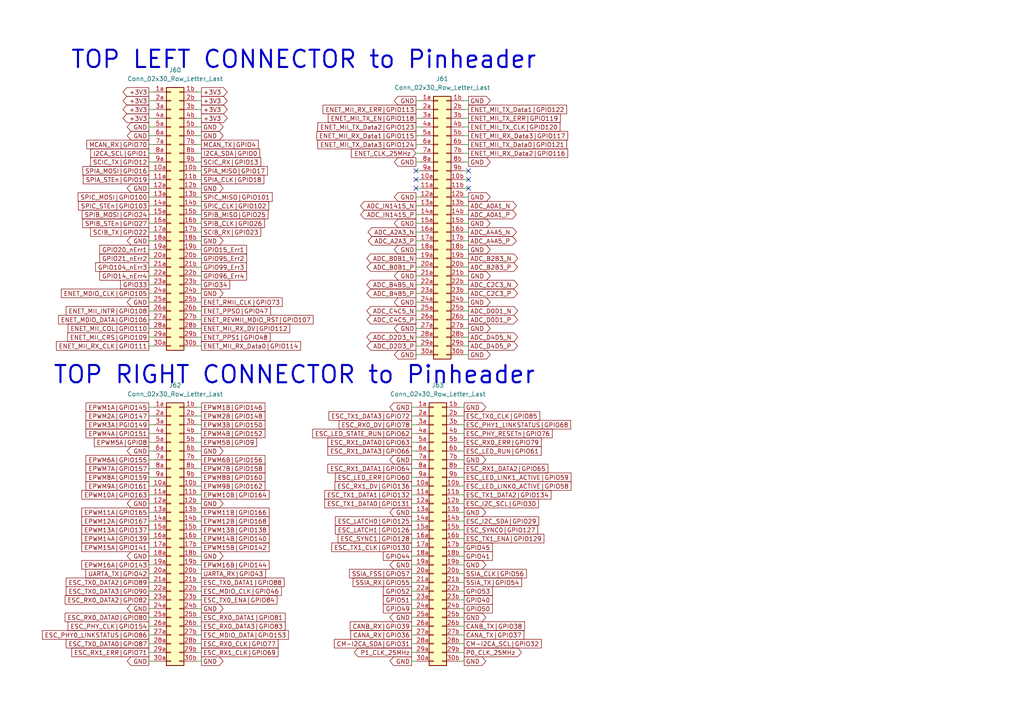
<source format=kicad_sch>
(kicad_sch (version 20211123) (generator eeschema)
  (paper "A4")
  (title_block (title "LCB-CBD-001: Dock") (date "2022-08-12") (rev "0.1") (company "PADERBORN UNIVERSITY DEPARTMENT OF POWER ELECTRONICS AND ELECTRICAL DRIVES"))
  (lib_symbols
    (symbol "LEA_SymbolLibrary:Conn_02x30_Row_Letter_Last" (pin_names (offset 1.016) hide)
      (property "Reference" "J" (at 1.27 38.1 0))
      (property "Value" "Conn_02x30_Row_Letter_Last" (at 1.27 -40.64 0))
      (symbol "Conn_02x30_Row_Letter_Last_1_1"
        (rectangle (start -1.27 -37.973) (end 0 -38.227) (stroke (width 0.1524)))
        (rectangle (start -1.27 -35.433) (end 0 -35.687) (stroke (width 0.1524)))
        (rectangle (start -1.27 -32.893) (end 0 -33.147) (stroke (width 0.1524)))
        (rectangle (start -1.27 -30.353) (end 0 -30.607) (stroke (width 0.1524)))
        (rectangle (start -1.27 -27.813) (end 0 -28.067) (stroke (width 0.1524)))
        (rectangle (start -1.27 -25.273) (end 0 -25.527) (stroke (width 0.1524)))
        (rectangle (start -1.27 -22.733) (end 0 -22.987) (stroke (width 0.1524)))
        (rectangle (start -1.27 -20.193) (end 0 -20.447) (stroke (width 0.1524)))
        (rectangle (start -1.27 -17.653) (end 0 -17.907) (stroke (width 0.1524)))
        (rectangle (start -1.27 -15.113) (end 0 -15.367) (stroke (width 0.1524)))
        (rectangle (start -1.27 -12.573) (end 0 -12.827) (stroke (width 0.1524)))
        (rectangle (start -1.27 -10.033) (end 0 -10.287) (stroke (width 0.1524)))
        (rectangle (start -1.27 -7.493) (end 0 -7.747) (stroke (width 0.1524)))
        (rectangle (start -1.27 -4.953) (end 0 -5.207) (stroke (width 0.1524)))
        (rectangle (start -1.27 -2.413) (end 0 -2.667) (stroke (width 0.1524)))
        (rectangle (start -1.27 0.127) (end 0 -0.127) (stroke (width 0.1524)))
        (rectangle (start -1.27 2.667) (end 0 2.413) (stroke (width 0.1524)))
        (rectangle (start -1.27 5.207) (end 0 4.953) (stroke (width 0.1524)))
        (rectangle (start -1.27 7.747) (end 0 7.493) (stroke (width 0.1524)))
        (rectangle (start -1.27 10.287) (end 0 10.033) (stroke (width 0.1524)))
        (rectangle (start -1.27 12.827) (end 0 12.573) (stroke (width 0.1524)))
        (rectangle (start -1.27 15.367) (end 0 15.113) (stroke (width 0.1524)))
        (rectangle (start -1.27 17.907) (end 0 17.653) (stroke (width 0.1524)))
        (rectangle (start -1.27 20.447) (end 0 20.193) (stroke (width 0.1524)))
        (rectangle (start -1.27 22.987) (end 0 22.733) (stroke (width 0.1524)))
        (rectangle (start -1.27 25.527) (end 0 25.273) (stroke (width 0.1524)))
        (rectangle (start -1.27 28.067) (end 0 27.813) (stroke (width 0.1524)))
        (rectangle (start -1.27 30.607) (end 0 30.353) (stroke (width 0.1524)))
        (rectangle (start -1.27 33.147) (end 0 32.893) (stroke (width 0.1524)))
        (rectangle (start -1.27 35.687) (end 0 35.433) (stroke (width 0.1524)))
        (rectangle (start -1.27 36.83) (end 3.81 -39.37) (stroke (width 0.254)) (fill (type background)))
        (rectangle (start 3.81 -37.973) (end 2.54 -38.227) (stroke (width 0.1524)))
        (rectangle (start 3.81 -35.433) (end 2.54 -35.687) (stroke (width 0.1524)))
        (rectangle (start 3.81 -32.893) (end 2.54 -33.147) (stroke (width 0.1524)))
        (rectangle (start 3.81 -30.353) (end 2.54 -30.607) (stroke (width 0.1524)))
        (rectangle (start 3.81 -27.813) (end 2.54 -28.067) (stroke (width 0.1524)))
        (rectangle (start 3.81 -25.273) (end 2.54 -25.527) (stroke (width 0.1524)))
        (rectangle (start 3.81 -22.733) (end 2.54 -22.987) (stroke (width 0.1524)))
        (rectangle (start 3.81 -20.193) (end 2.54 -20.447) (stroke (width 0.1524)))
        (rectangle (start 3.81 -17.653) (end 2.54 -17.907) (stroke (width 0.1524)))
        (rectangle (start 3.81 -15.113) (end 2.54 -15.367) (stroke (width 0.1524)))
        (rectangle (start 3.81 -12.573) (end 2.54 -12.827) (stroke (width 0.1524)))
        (rectangle (start 3.81 -10.033) (end 2.54 -10.287) (stroke (width 0.1524)))
        (rectangle (start 3.81 -7.493) (end 2.54 -7.747) (stroke (width 0.1524)))
        (rectangle (start 3.81 -4.953) (end 2.54 -5.207) (stroke (width 0.1524)))
        (rectangle (start 3.81 -2.413) (end 2.54 -2.667) (stroke (width 0.1524)))
        (rectangle (start 3.81 0.127) (end 2.54 -0.127) (stroke (width 0.1524)))
        (rectangle (start 3.81 2.667) (end 2.54 2.413) (stroke (width 0.1524)))
        (rectangle (start 3.81 5.207) (end 2.54 4.953) (stroke (width 0.1524)))
        (rectangle (start 3.81 7.747) (end 2.54 7.493) (stroke (width 0.1524)))
        (rectangle (start 3.81 10.287) (end 2.54 10.033) (stroke (width 0.1524)))
        (rectangle (start 3.81 12.827) (end 2.54 12.573) (stroke (width 0.1524)))
        (rectangle (start 3.81 15.367) (end 2.54 15.113) (stroke (width 0.1524)))
        (rectangle (start 3.81 17.907) (end 2.54 17.653) (stroke (width 0.1524)))
        (rectangle (start 3.81 20.447) (end 2.54 20.193) (stroke (width 0.1524)))
        (rectangle (start 3.81 22.987) (end 2.54 22.733) (stroke (width 0.1524)))
        (rectangle (start 3.81 25.527) (end 2.54 25.273) (stroke (width 0.1524)))
        (rectangle (start 3.81 28.067) (end 2.54 27.813) (stroke (width 0.1524)))
        (rectangle (start 3.81 30.607) (end 2.54 30.353) (stroke (width 0.1524)))
        (rectangle (start 3.81 33.147) (end 2.54 32.893) (stroke (width 0.1524)))
        (rectangle (start 3.81 35.687) (end 2.54 35.433) (stroke (width 0.1524)))
        (pin passive line (at -5.08 12.7 0) (length 3.81) (name "Pin_10a") (number "10a"))
        (pin passive line (at 7.62 12.7 180) (length 3.81) (name "Pin_10b") (number "10b"))
        (pin passive line (at -5.08 10.16 0) (length 3.81) (name "Pin_11a") (number "11a"))
        (pin passive line (at 7.62 10.16 180) (length 3.81) (name "Pin_11b") (number "11b"))
        (pin passive line (at -5.08 7.62 0) (length 3.81) (name "Pin_12a") (number "12a"))
        (pin passive line (at 7.62 7.62 180) (length 3.81) (name "Pin_12b") (number "12b"))
        (pin passive line (at -5.08 5.08 0) (length 3.81) (name "Pin_13a") (number "13a"))
        (pin passive line (at 7.62 5.08 180) (length 3.81) (name "Pin_13b") (number "13b"))
        (pin passive line (at -5.08 2.54 0) (length 3.81) (name "Pin_14a") (number "14a"))
        (pin passive line (at 7.62 2.54 180) (length 3.81) (name "Pin_14b") (number "14b"))
        (pin passive line (at -5.08 0 0) (length 3.81) (name "Pin_15a") (number "15a"))
        (pin passive line (at 7.62 0 180) (length 3.81) (name "Pin_15b") (number "15b"))
        (pin passive line (at -5.08 -2.54 0) (length 3.81) (name "Pin_16a") (number "16a"))
        (pin passive line (at 7.62 -2.54 180) (length 3.81) (name "Pin_16b") (number "16b"))
        (pin passive line (at -5.08 -5.08 0) (length 3.81) (name "Pin_17a") (number "17a"))
        (pin passive line (at 7.62 -5.08 180) (length 3.81) (name "Pin_17b") (number "17b"))
        (pin passive line (at -5.08 -7.62 0) (length 3.81) (name "Pin_18a") (number "18a"))
        (pin passive line (at 7.62 -7.62 180) (length 3.81) (name "Pin_18b") (number "18b"))
        (pin passive line (at -5.08 -10.16 0) (length 3.81) (name "Pin_19a") (number "19a"))
        (pin passive line (at 7.62 -10.16 180) (length 3.81) (name "Pin_19b") (number "19b"))
        (pin passive line (at -5.08 35.56 0) (length 3.81) (name "Pin_1a") (number "1a"))
        (pin passive line (at 7.62 35.56 180) (length 3.81) (name "Pin_1b") (number "1b"))
        (pin passive line (at -5.08 -12.7 0) (length 3.81) (name "Pin_20a") (number "20a"))
        (pin passive line (at 7.62 -12.7 180) (length 3.81) (name "Pin_20b") (number "20b"))
        (pin passive line (at -5.08 -15.24 0) (length 3.81) (name "Pin_21a") (number "21a"))
        (pin passive line (at 7.62 -15.24 180) (length 3.81) (name "Pin_21b") (number "21b"))
        (pin passive line (at -5.08 -17.78 0) (length 3.81) (name "Pin_22a") (number "22a"))
        (pin passive line (at 7.62 -17.78 180) (length 3.81) (name "Pin_22b") (number "22b"))
        (pin passive line (at -5.08 -20.32 0) (length 3.81) (name "Pin_23a") (number "23a"))
        (pin passive line (at 7.62 -20.32 180) (length 3.81) (name "Pin_23b") (number "23b"))
        (pin passive line (at -5.08 -22.86 0) (length 3.81) (name "Pin_24a") (number "24a"))
        (pin passive line (at 7.62 -22.86 180) (length 3.81) (name "Pin_24b") (number "24b"))
        (pin passive line (at -5.08 -25.4 0) (length 3.81) (name "Pin_25a") (number "25a"))
        (pin passive line (at 7.62 -25.4 180) (length 3.81) (name "Pin_25b") (number "25b"))
        (pin passive line (at -5.08 -27.94 0) (length 3.81) (name "Pin_26a") (number "26a"))
        (pin passive line (at 7.62 -27.94 180) (length 3.81) (name "Pin_26b") (number "26b"))
        (pin passive line (at -5.08 -30.48 0) (length 3.81) (name "Pin_27a") (number "27a"))
        (pin passive line (at 7.62 -30.48 180) (length 3.81) (name "Pin_27b") (number "27b"))
        (pin passive line (at -5.08 -33.02 0) (length 3.81) (name "Pin_28a") (number "28a"))
        (pin passive line (at 7.62 -33.02 180) (length 3.81) (name "Pin_28b") (number "28b"))
        (pin passive line (at -5.08 -35.56 0) (length 3.81) (name "Pin_29a") (number "29a"))
        (pin passive line (at 7.62 -35.56 180) (length 3.81) (name "Pin_29b") (number "29b"))
        (pin passive line (at -5.08 33.02 0) (length 3.81) (name "Pin_2a") (number "2a"))
        (pin passive line (at 7.62 33.02 180) (length 3.81) (name "Pin_2b") (number "2b"))
        (pin passive line (at -5.08 -38.1 0) (length 3.81) (name "Pin_30a") (number "30a"))
        (pin passive line (at 7.62 -38.1 180) (length 3.81) (name "Pin_30b") (number "30b"))
        (pin passive line (at -5.08 30.48 0) (length 3.81) (name "Pin_3a") (number "3a"))
        (pin passive line (at 7.62 30.48 180) (length 3.81) (name "Pin_3b") (number "3b"))
        (pin passive line (at -5.08 27.94 0) (length 3.81) (name "Pin_4a") (number "4a"))
        (pin passive line (at 7.62 27.94 180) (length 3.81) (name "Pin_4b") (number "4b"))
        (pin passive line (at -5.08 25.4 0) (length 3.81) (name "Pin_5a") (number "5a"))
        (pin passive line (at 7.62 25.4 180) (length 3.81) (name "Pin_5b") (number "5b"))
        (pin passive line (at -5.08 22.86 0) (length 3.81) (name "Pin_6a") (number "6a"))
        (pin passive line (at 7.62 22.86 180) (length 3.81) (name "Pin_6b") (number "6b"))
        (pin passive line (at -5.08 20.32 0) (length 3.81) (name "Pin_7a") (number "7a"))
        (pin passive line (at 7.62 20.32 180) (length 3.81) (name "Pin_7b") (number "7b"))
        (pin passive line (at -5.08 17.78 0) (length 3.81) (name "Pin_8a") (number "8a"))
        (pin passive line (at 7.62 17.78 180) (length 3.81) (name "Pin_8b") (number "8b"))
        (pin passive line (at -5.08 15.24 0) (length 3.81) (name "Pin_9a") (number "9a"))
        (pin passive line (at 7.62 15.24 180) (length 3.81) (name "Pin_9b") (number "9b"))
      )
    )
  )
  (no_connect (at 135.89 54.61))
  (no_connect (at 120.65 54.61))
  (no_connect (at 120.65 49.53))
  (no_connect (at 135.89 52.07))
  (no_connect (at 135.89 49.53))
  (no_connect (at 120.65 52.07))
  (wire (pts (xy 133.35 191.77) (xy 134.62 191.77)))
  (wire (pts (xy 134.62 31.75) (xy 135.89 31.75)))
  (wire (pts (xy 43.18 49.53) (xy 44.45 49.53)))
  (wire (pts (xy 119.38 153.67) (xy 120.65 153.67)))
  (wire (pts (xy 120.65 100.33) (xy 121.92 100.33)))
  (wire (pts (xy 43.18 166.37) (xy 44.45 166.37)))
  (wire (pts (xy 57.15 49.53) (xy 58.42 49.53)))
  (wire (pts (xy 134.62 54.61) (xy 135.89 54.61)))
  (wire (pts (xy 134.62 90.17) (xy 135.89 90.17)))
  (wire (pts (xy 57.15 151.13) (xy 58.42 151.13)))
  (wire (pts (xy 57.15 85.09) (xy 58.42 85.09)))
  (wire (pts (xy 119.38 179.07) (xy 120.65 179.07)))
  (wire (pts (xy 57.15 92.71) (xy 58.42 92.71)))
  (wire (pts (xy 43.18 184.15) (xy 44.45 184.15)))
  (wire (pts (xy 57.15 186.69) (xy 58.42 186.69)))
  (wire (pts (xy 119.38 176.53) (xy 120.65 176.53)))
  (wire (pts (xy 57.15 36.83) (xy 58.42 36.83)))
  (wire (pts (xy 120.65 46.99) (xy 121.92 46.99)))
  (wire (pts (xy 133.35 123.19) (xy 134.62 123.19)))
  (wire (pts (xy 57.15 29.21) (xy 58.42 29.21)))
  (wire (pts (xy 120.65 87.63) (xy 121.92 87.63)))
  (wire (pts (xy 43.18 59.69) (xy 44.45 59.69)))
  (wire (pts (xy 134.62 97.79) (xy 135.89 97.79)))
  (wire (pts (xy 120.65 44.45) (xy 121.92 44.45)))
  (wire (pts (xy 43.18 146.05) (xy 44.45 146.05)))
  (wire (pts (xy 119.38 135.89) (xy 120.65 135.89)))
  (wire (pts (xy 134.62 46.99) (xy 135.89 46.99)))
  (wire (pts (xy 134.62 92.71) (xy 135.89 92.71)))
  (wire (pts (xy 58.42 87.63) (xy 57.15 87.63)))
  (wire (pts (xy 120.65 36.83) (xy 121.92 36.83)))
  (wire (pts (xy 134.62 62.23) (xy 135.89 62.23)))
  (wire (pts (xy 43.18 186.69) (xy 44.45 186.69)))
  (wire (pts (xy 57.15 143.51) (xy 58.42 143.51)))
  (wire (pts (xy 43.18 168.91) (xy 44.45 168.91)))
  (wire (pts (xy 43.18 41.91) (xy 44.45 41.91)))
  (wire (pts (xy 57.15 191.77) (xy 58.42 191.77)))
  (wire (pts (xy 57.15 54.61) (xy 58.42 54.61)))
  (wire (pts (xy 57.15 26.67) (xy 58.42 26.67)))
  (wire (pts (xy 57.15 120.65) (xy 58.42 120.65)))
  (wire (pts (xy 133.35 125.73) (xy 134.62 125.73)))
  (wire (pts (xy 134.62 57.15) (xy 135.89 57.15)))
  (wire (pts (xy 57.15 59.69) (xy 58.42 59.69)))
  (wire (pts (xy 43.18 151.13) (xy 44.45 151.13)))
  (wire (pts (xy 43.18 72.39) (xy 44.45 72.39)))
  (wire (pts (xy 119.38 140.97) (xy 120.65 140.97)))
  (wire (pts (xy 134.62 49.53) (xy 135.89 49.53)))
  (wire (pts (xy 133.35 189.23) (xy 134.62 189.23)))
  (wire (pts (xy 133.35 168.91) (xy 134.62 168.91)))
  (wire (pts (xy 57.15 52.07) (xy 58.42 52.07)))
  (wire (pts (xy 133.35 120.65) (xy 134.62 120.65)))
  (wire (pts (xy 57.15 90.17) (xy 58.42 90.17)))
  (wire (pts (xy 57.15 67.31) (xy 58.42 67.31)))
  (wire (pts (xy 121.92 52.07) (xy 120.65 52.07)))
  (wire (pts (xy 119.38 130.81) (xy 120.65 130.81)))
  (wire (pts (xy 57.15 163.83) (xy 58.42 163.83)))
  (wire (pts (xy 133.35 148.59) (xy 134.62 148.59)))
  (wire (pts (xy 133.35 156.21) (xy 134.62 156.21)))
  (wire (pts (xy 57.15 46.99) (xy 58.42 46.99)))
  (wire (pts (xy 43.18 153.67) (xy 44.45 153.67)))
  (wire (pts (xy 119.38 151.13) (xy 120.65 151.13)))
  (wire (pts (xy 134.62 52.07) (xy 135.89 52.07)))
  (wire (pts (xy 43.18 118.11) (xy 44.45 118.11)))
  (wire (pts (xy 43.18 90.17) (xy 44.45 90.17)))
  (wire (pts (xy 119.38 146.05) (xy 120.65 146.05)))
  (wire (pts (xy 120.65 34.29) (xy 121.92 34.29)))
  (wire (pts (xy 43.18 67.31) (xy 44.45 67.31)))
  (wire (pts (xy 43.18 161.29) (xy 44.45 161.29)))
  (wire (pts (xy 134.62 67.31) (xy 135.89 67.31)))
  (wire (pts (xy 120.65 64.77) (xy 121.92 64.77)))
  (wire (pts (xy 119.38 163.83) (xy 120.65 163.83)))
  (wire (pts (xy 43.18 179.07) (xy 44.45 179.07)))
  (wire (pts (xy 120.65 85.09) (xy 121.92 85.09)))
  (wire (pts (xy 133.35 171.45) (xy 134.62 171.45)))
  (wire (pts (xy 43.18 125.73) (xy 44.45 125.73)))
  (wire (pts (xy 43.18 97.79) (xy 44.45 97.79)))
  (wire (pts (xy 43.18 82.55) (xy 44.45 82.55)))
  (wire (pts (xy 133.35 184.15) (xy 134.62 184.15)))
  (wire (pts (xy 133.35 179.07) (xy 134.62 179.07)))
  (wire (pts (xy 119.38 184.15) (xy 120.65 184.15)))
  (wire (pts (xy 43.18 57.15) (xy 44.45 57.15)))
  (wire (pts (xy 43.18 46.99) (xy 44.45 46.99)))
  (wire (pts (xy 57.15 100.33) (xy 58.42 100.33)))
  (wire (pts (xy 133.35 140.97) (xy 134.62 140.97)))
  (wire (pts (xy 134.62 64.77) (xy 135.89 64.77)))
  (wire (pts (xy 120.65 54.61) (xy 121.92 54.61)))
  (wire (pts (xy 57.15 125.73) (xy 58.42 125.73)))
  (wire (pts (xy 57.15 133.35) (xy 58.42 133.35)))
  (wire (pts (xy 43.18 163.83) (xy 44.45 163.83)))
  (wire (pts (xy 119.38 161.29) (xy 120.65 161.29)))
  (wire (pts (xy 119.38 166.37) (xy 120.65 166.37)))
  (wire (pts (xy 133.35 158.75) (xy 134.62 158.75)))
  (wire (pts (xy 120.65 39.37) (xy 121.92 39.37)))
  (wire (pts (xy 43.18 44.45) (xy 44.45 44.45)))
  (wire (pts (xy 43.18 171.45) (xy 44.45 171.45)))
  (wire (pts (xy 43.18 156.21) (xy 44.45 156.21)))
  (wire (pts (xy 120.65 67.31) (xy 121.92 67.31)))
  (wire (pts (xy 133.35 135.89) (xy 134.62 135.89)))
  (wire (pts (xy 119.38 171.45) (xy 120.65 171.45)))
  (wire (pts (xy 57.15 140.97) (xy 58.42 140.97)))
  (wire (pts (xy 133.35 186.69) (xy 134.62 186.69)))
  (wire (pts (xy 57.15 69.85) (xy 58.42 69.85)))
  (wire (pts (xy 133.35 153.67) (xy 134.62 153.67)))
  (wire (pts (xy 57.15 39.37) (xy 58.42 39.37)))
  (wire (pts (xy 120.65 59.69) (xy 121.92 59.69)))
  (wire (pts (xy 119.38 118.11) (xy 120.65 118.11)))
  (wire (pts (xy 133.35 173.99) (xy 134.62 173.99)))
  (wire (pts (xy 133.35 146.05) (xy 134.62 146.05)))
  (wire (pts (xy 43.18 74.93) (xy 44.45 74.93)))
  (wire (pts (xy 43.18 39.37) (xy 44.45 39.37)))
  (wire (pts (xy 119.38 148.59) (xy 120.65 148.59)))
  (wire (pts (xy 134.62 39.37) (xy 135.89 39.37)))
  (wire (pts (xy 57.15 44.45) (xy 58.42 44.45)))
  (wire (pts (xy 43.18 143.51) (xy 44.45 143.51)))
  (wire (pts (xy 134.62 87.63) (xy 135.89 87.63)))
  (wire (pts (xy 57.15 181.61) (xy 58.42 181.61)))
  (wire (pts (xy 57.15 64.77) (xy 58.42 64.77)))
  (wire (pts (xy 57.15 171.45) (xy 58.42 171.45)))
  (wire (pts (xy 43.18 26.67) (xy 44.45 26.67)))
  (wire (pts (xy 57.15 153.67) (xy 58.42 153.67)))
  (wire (pts (xy 43.18 189.23) (xy 44.45 189.23)))
  (wire (pts (xy 133.35 161.29) (xy 134.62 161.29)))
  (wire (pts (xy 57.15 77.47) (xy 58.42 77.47)))
  (wire (pts (xy 57.15 128.27) (xy 58.42 128.27)))
  (wire (pts (xy 119.38 120.65) (xy 120.65 120.65)))
  (wire (pts (xy 57.15 80.01) (xy 58.42 80.01)))
  (wire (pts (xy 43.18 158.75) (xy 44.45 158.75)))
  (wire (pts (xy 134.62 34.29) (xy 135.89 34.29)))
  (wire (pts (xy 119.38 181.61) (xy 120.65 181.61)))
  (wire (pts (xy 119.38 191.77) (xy 120.65 191.77)))
  (wire (pts (xy 120.65 69.85) (xy 121.92 69.85)))
  (wire (pts (xy 120.65 62.23) (xy 121.92 62.23)))
  (wire (pts (xy 43.18 31.75) (xy 44.45 31.75)))
  (wire (pts (xy 133.35 118.11) (xy 134.62 118.11)))
  (wire (pts (xy 133.35 176.53) (xy 134.62 176.53)))
  (wire (pts (xy 119.38 143.51) (xy 120.65 143.51)))
  (wire (pts (xy 43.18 176.53) (xy 44.45 176.53)))
  (wire (pts (xy 119.38 158.75) (xy 120.65 158.75)))
  (wire (pts (xy 57.15 74.93) (xy 58.42 74.93)))
  (wire (pts (xy 43.18 135.89) (xy 44.45 135.89)))
  (wire (pts (xy 57.15 168.91) (xy 58.42 168.91)))
  (wire (pts (xy 43.18 95.25) (xy 44.45 95.25)))
  (wire (pts (xy 119.38 125.73) (xy 120.65 125.73)))
  (wire (pts (xy 120.65 49.53) (xy 121.92 49.53)))
  (wire (pts (xy 57.15 135.89) (xy 58.42 135.89)))
  (wire (pts (xy 134.62 85.09) (xy 135.89 85.09)))
  (wire (pts (xy 57.15 95.25) (xy 58.42 95.25)))
  (wire (pts (xy 119.38 168.91) (xy 120.65 168.91)))
  (wire (pts (xy 133.35 181.61) (xy 134.62 181.61)))
  (wire (pts (xy 133.35 163.83) (xy 134.62 163.83)))
  (wire (pts (xy 57.15 146.05) (xy 58.42 146.05)))
  (wire (pts (xy 57.15 82.55) (xy 58.42 82.55)))
  (wire (pts (xy 57.15 158.75) (xy 58.42 158.75)))
  (wire (pts (xy 57.15 161.29) (xy 58.42 161.29)))
  (wire (pts (xy 57.15 173.99) (xy 58.42 173.99)))
  (wire (pts (xy 43.18 52.07) (xy 44.45 52.07)))
  (wire (pts (xy 43.18 85.09) (xy 44.45 85.09)))
  (wire (pts (xy 43.18 191.77) (xy 44.45 191.77)))
  (wire (pts (xy 134.62 82.55) (xy 135.89 82.55)))
  (wire (pts (xy 119.38 128.27) (xy 120.65 128.27)))
  (wire (pts (xy 120.65 90.17) (xy 121.92 90.17)))
  (wire (pts (xy 133.35 143.51) (xy 134.62 143.51)))
  (wire (pts (xy 57.15 156.21) (xy 58.42 156.21)))
  (wire (pts (xy 57.15 184.15) (xy 58.42 184.15)))
  (wire (pts (xy 43.18 77.47) (xy 44.45 77.47)))
  (wire (pts (xy 119.38 186.69) (xy 120.65 186.69)))
  (wire (pts (xy 119.38 173.99) (xy 120.65 173.99)))
  (wire (pts (xy 57.15 176.53) (xy 58.42 176.53)))
  (wire (pts (xy 133.35 151.13) (xy 134.62 151.13)))
  (wire (pts (xy 120.65 82.55) (xy 121.92 82.55)))
  (wire (pts (xy 43.18 123.19) (xy 44.45 123.19)))
  (wire (pts (xy 43.18 62.23) (xy 44.45 62.23)))
  (wire (pts (xy 43.18 36.83) (xy 44.45 36.83)))
  (wire (pts (xy 133.35 130.81) (xy 134.62 130.81)))
  (wire (pts (xy 134.62 80.01) (xy 135.89 80.01)))
  (wire (pts (xy 134.62 59.69) (xy 135.89 59.69)))
  (wire (pts (xy 57.15 166.37) (xy 58.42 166.37)))
  (wire (pts (xy 43.18 69.85) (xy 44.45 69.85)))
  (wire (pts (xy 133.35 166.37) (xy 134.62 166.37)))
  (wire (pts (xy 43.18 80.01) (xy 44.45 80.01)))
  (wire (pts (xy 120.65 29.21) (xy 121.92 29.21)))
  (wire (pts (xy 120.65 102.87) (xy 121.92 102.87)))
  (wire (pts (xy 43.18 181.61) (xy 44.45 181.61)))
  (wire (pts (xy 43.18 140.97) (xy 44.45 140.97)))
  (wire (pts (xy 43.18 29.21) (xy 44.45 29.21)))
  (wire (pts (xy 43.18 128.27) (xy 44.45 128.27)))
  (wire (pts (xy 120.65 95.25) (xy 121.92 95.25)))
  (wire (pts (xy 120.65 77.47) (xy 121.92 77.47)))
  (wire (pts (xy 57.15 62.23) (xy 58.42 62.23)))
  (wire (pts (xy 57.15 72.39) (xy 58.42 72.39)))
  (wire (pts (xy 134.62 95.25) (xy 135.89 95.25)))
  (wire (pts (xy 134.62 100.33) (xy 135.89 100.33)))
  (wire (pts (xy 57.15 138.43) (xy 58.42 138.43)))
  (wire (pts (xy 57.15 34.29) (xy 58.42 34.29)))
  (wire (pts (xy 119.38 138.43) (xy 120.65 138.43)))
  (wire (pts (xy 120.65 74.93) (xy 121.92 74.93)))
  (wire (pts (xy 57.15 57.15) (xy 58.42 57.15)))
  (wire (pts (xy 119.38 156.21) (xy 120.65 156.21)))
  (wire (pts (xy 43.18 87.63) (xy 44.45 87.63)))
  (wire (pts (xy 43.18 54.61) (xy 44.45 54.61)))
  (wire (pts (xy 57.15 148.59) (xy 58.42 148.59)))
  (wire (pts (xy 134.62 44.45) (xy 135.89 44.45)))
  (wire (pts (xy 57.15 179.07) (xy 58.42 179.07)))
  (wire (pts (xy 134.62 102.87) (xy 135.89 102.87)))
  (wire (pts (xy 57.15 123.19) (xy 58.42 123.19)))
  (wire (pts (xy 134.62 69.85) (xy 135.89 69.85)))
  (wire (pts (xy 43.18 148.59) (xy 44.45 148.59)))
  (wire (pts (xy 57.15 189.23) (xy 58.42 189.23)))
  (wire (pts (xy 120.65 92.71) (xy 121.92 92.71)))
  (wire (pts (xy 120.65 80.01) (xy 121.92 80.01)))
  (wire (pts (xy 120.65 57.15) (xy 121.92 57.15)))
  (wire (pts (xy 43.18 133.35) (xy 44.45 133.35)))
  (wire (pts (xy 43.18 100.33) (xy 44.45 100.33)))
  (wire (pts (xy 119.38 123.19) (xy 120.65 123.19)))
  (wire (pts (xy 57.15 41.91) (xy 58.42 41.91)))
  (wire (pts (xy 43.18 130.81) (xy 44.45 130.81)))
  (wire (pts (xy 120.65 72.39) (xy 121.92 72.39)))
  (wire (pts (xy 120.65 31.75) (xy 121.92 31.75)))
  (wire (pts (xy 134.62 74.93) (xy 135.89 74.93)))
  (wire (pts (xy 133.35 128.27) (xy 134.62 128.27)))
  (wire (pts (xy 43.18 138.43) (xy 44.45 138.43)))
  (wire (pts (xy 133.35 138.43) (xy 134.62 138.43)))
  (wire (pts (xy 43.18 173.99) (xy 44.45 173.99)))
  (wire (pts (xy 57.15 31.75) (xy 58.42 31.75)))
  (wire (pts (xy 57.15 118.11) (xy 58.42 118.11)))
  (wire (pts (xy 134.62 36.83) (xy 135.89 36.83)))
  (wire (pts (xy 43.18 34.29) (xy 44.45 34.29)))
  (wire (pts (xy 57.15 130.81) (xy 58.42 130.81)))
  (wire (pts (xy 43.18 120.65) (xy 44.45 120.65)))
  (wire (pts (xy 119.38 133.35) (xy 120.65 133.35)))
  (wire (pts (xy 120.65 97.79) (xy 121.92 97.79)))
  (wire (pts (xy 134.62 29.21) (xy 135.89 29.21)))
  (wire (pts (xy 134.62 41.91) (xy 135.89 41.91)))
  (wire (pts (xy 120.65 41.91) (xy 121.92 41.91)))
  (wire (pts (xy 134.62 77.47) (xy 135.89 77.47)))
  (wire (pts (xy 43.18 92.71) (xy 44.45 92.71)))
  (wire (pts (xy 133.35 133.35) (xy 134.62 133.35)))
  (wire (pts (xy 57.15 97.79) (xy 58.42 97.79)))
  (wire (pts (xy 43.18 64.77) (xy 44.45 64.77)))
  (wire (pts (xy 119.38 189.23) (xy 120.65 189.23)))
  (wire (pts (xy 134.62 72.39) (xy 135.89 72.39)))
  (text "TOP LEFT CONNECTOR to Pinheader" (at 20.32 20.32 0) (effects (font (size 5 5) (thickness 0.6) bold) (justify left bottom)))
  (text "TOP RIGHT CONNECTOR to Pinheader" (at 15.24 111.76 0) (effects (font (size 5 5) (thickness 0.6) bold) (justify left bottom)))
  (global_label "ESC_RX0_ERR|GPIO79" (shape passive) (at 134.62 128.27 0) (property "Intersheet References" "${INTERSHEET_REFS}" (effects hide)))
  (global_label "SPIA_CLK|GPIO18" (shape passive) (at 58.42 52.07 0) (property "Intersheet References" "${INTERSHEET_REFS}" (effects hide)))
  (global_label "GND" (shape output) (at 119.38 118.11 180) (property "Intersheet References" "${INTERSHEET_REFS}" (effects hide)))
  (global_label "ESC_TX0_DATA3|GPIO90" (shape passive) (at 43.18 171.45 180) (property "Intersheet References" "${INTERSHEET_REFS}" (effects hide)))
  (global_label "GND" (shape output) (at 58.42 36.83 0) (property "Intersheet References" "${INTERSHEET_REFS}" (effects hide)))
  (global_label "I2CA_SCL|GPIO1" (shape passive) (at 43.18 44.45 180) (property "Intersheet References" "${INTERSHEET_REFS}" (effects hide)))
  (global_label "EPWM11B|GPIO166" (shape passive) (at 58.42 148.59 0) (property "Intersheet References" "${INTERSHEET_REFS}" (effects hide)))
  (global_label "GPIO21_nErr2" (shape passive) (at 43.18 74.93 180) (property "Intersheet References" "${INTERSHEET_REFS}" (effects hide)))
  (global_label "GND" (shape output) (at 135.89 46.99 0) (property "Intersheet References" "${INTERSHEET_REFS}" (effects hide)))
  (global_label "ENET_MII_TX_EN|GPIO118" (shape passive) (at 120.65 34.29 180) (property "Intersheet References" "${INTERSHEET_REFS}" (effects hide)))
  (global_label "P1_CLK_25MHz" (shape output) (at 119.38 189.23 180) (property "Intersheet References" "${INTERSHEET_REFS}" (effects hide)))
  (global_label "CANB_TX|GPIO38" (shape passive) (at 134.62 181.61 0) (property "Intersheet References" "${INTERSHEET_REFS}" (effects hide)))
  (global_label "GND" (shape output) (at 58.42 69.85 0) (property "Intersheet References" "${INTERSHEET_REFS}" (effects hide)))
  (global_label "ESC_RX0_DATA1|GPIO81" (shape passive) (at 58.42 179.07 0) (property "Intersheet References" "${INTERSHEET_REFS}" (effects hide)))
  (global_label "GND" (shape output) (at 135.89 64.77 0) (property "Intersheet References" "${INTERSHEET_REFS}" (effects hide)))
  (global_label "MCAN_TX|GPIO4" (shape passive) (at 58.42 41.91 0) (property "Intersheet References" "${INTERSHEET_REFS}" (effects hide)))
  (global_label "ENET_MII_COL|GPIO110" (shape passive) (at 43.18 95.25 180) (property "Intersheet References" "${INTERSHEET_REFS}" (effects hide)))
  (global_label "GND" (shape output) (at 119.38 163.83 180) (property "Intersheet References" "${INTERSHEET_REFS}" (effects hide)))
  (global_label "SPIC_MOSI|GPIO100" (shape passive) (at 43.18 57.15 180) (property "Intersheet References" "${INTERSHEET_REFS}" (effects hide)))
  (global_label "GND" (shape output) (at 58.42 191.77 0) (property "Intersheet References" "${INTERSHEET_REFS}" (effects hide)))
  (global_label "ADC_A0A1_N" (shape output) (at 135.89 59.69 0) (property "Intersheet References" "${INTERSHEET_REFS}" (effects hide)))
  (global_label "ESC_RX1_DATA3|GPIO66" (shape passive) (at 119.38 130.81 180) (property "Intersheet References" "${INTERSHEET_REFS}" (effects hide)))
  (global_label "GPIO41" (shape passive) (at 134.62 161.29 0) (property "Intersheet References" "${INTERSHEET_REFS}" (effects hide)))
  (global_label "EPWM9B|GPIO162" (shape passive) (at 58.42 140.97 0) (property "Intersheet References" "${INTERSHEET_REFS}" (effects hide)))
  (global_label "ADC_IN1415_P" (shape output) (at 120.65 62.23 180) (property "Intersheet References" "${INTERSHEET_REFS}" (effects hide)))
  (global_label "ADC_D2D3_N" (shape output) (at 120.65 97.79 180) (property "Intersheet References" "${INTERSHEET_REFS}" (effects hide)))
  (global_label "CM-I2CA_SCL|GPIO32" (shape passive) (at 134.62 186.69 0) (property "Intersheet References" "${INTERSHEET_REFS}" (effects hide)))
  (global_label "ADC_A2A3_N" (shape output) (at 120.65 67.31 180) (property "Intersheet References" "${INTERSHEET_REFS}" (effects hide)))
  (global_label "ESC_RX1_DATA0|GPIO63" (shape passive) (at 119.38 128.27 180) (property "Intersheet References" "${INTERSHEET_REFS}" (effects hide)))
  (global_label "ADC_B0B1_N" (shape output) (at 120.65 74.93 180) (property "Intersheet References" "${INTERSHEET_REFS}" (effects hide)))
  (global_label "GND" (shape output) (at 120.65 57.15 180) (property "Intersheet References" "${INTERSHEET_REFS}" (effects hide)))
  (global_label "GND" (shape output) (at 58.42 130.81 0) (property "Intersheet References" "${INTERSHEET_REFS}" (effects hide)))
  (global_label "ADC_IN1415_N" (shape output) (at 120.65 59.69 180) (property "Intersheet References" "${INTERSHEET_REFS}" (effects hide)))
  (global_label "ESC_PHY1_LINKSTATUS|GPIO68" (shape passive) (at 134.62 123.19 0) (property "Intersheet References" "${INTERSHEET_REFS}" (effects hide)))
  (global_label "EPWM15A|GPIO141" (shape passive) (at 43.18 158.75 180) (property "Intersheet References" "${INTERSHEET_REFS}" (effects hide)))
  (global_label "GPIO104_nErr3" (shape passive) (at 43.18 77.47 180) (property "Intersheet References" "${INTERSHEET_REFS}" (effects hide)))
  (global_label "ENET_MII_TX_Data3|GPIO124" (shape passive) (at 120.65 41.91 180) (property "Intersheet References" "${INTERSHEET_REFS}" (effects hide)))
  (global_label "GND" (shape output) (at 58.42 146.05 0) (property "Intersheet References" "${INTERSHEET_REFS}" (effects hide)))
  (global_label "ENET_MDIO_DATA|GPIO106" (shape passive) (at 43.18 92.71 180) (property "Intersheet References" "${INTERSHEET_REFS}" (effects hide)))
  (global_label "GND" (shape output) (at 58.42 39.37 0) (property "Intersheet References" "${INTERSHEET_REFS}" (effects hide)))
  (global_label "EPWM2A|GPIO147" (shape passive) (at 43.18 120.65 180) (property "Intersheet References" "${INTERSHEET_REFS}" (effects hide)))
  (global_label "ESC_LED_STATE_RUN|GPIO62" (shape passive) (at 119.38 125.73 180) (property "Intersheet References" "${INTERSHEET_REFS}" (effects hide)))
  (global_label "ESC_SYNC0|GPIO127" (shape passive) (at 134.62 153.67 0) (property "Intersheet References" "${INTERSHEET_REFS}" (effects hide)))
  (global_label "GPIO45" (shape passive) (at 134.62 158.75 0) (property "Intersheet References" "${INTERSHEET_REFS}" (effects hide)))
  (global_label "SPIA_STEn|GPIO19" (shape passive) (at 43.18 52.07 180) (property "Intersheet References" "${INTERSHEET_REFS}" (effects hide)))
  (global_label "SPIB_STEn|GPIO27" (shape passive) (at 43.18 64.77 180) (property "Intersheet References" "${INTERSHEET_REFS}" (effects hide)))
  (global_label "GPIO95_Err2" (shape passive) (at 58.42 74.93 0) (property "Intersheet References" "${INTERSHEET_REFS}" (effects hide)))
  (global_label "CANA_RX|GPIO36" (shape passive) (at 119.38 184.15 180) (property "Intersheet References" "${INTERSHEET_REFS}" (effects hide)))
  (global_label "ENET_MII_TX_Data1|GPIO122" (shape passive) (at 135.89 31.75 0) (property "Intersheet References" "${INTERSHEET_REFS}" (effects hide)))
  (global_label "GND" (shape output) (at 135.89 29.21 0) (property "Intersheet References" "${INTERSHEET_REFS}" (effects hide)))
  (global_label "SPIA_MOSI|GPIO16" (shape passive) (at 43.18 49.53 180) (property "Intersheet References" "${INTERSHEET_REFS}" (effects hide)))
  (global_label "CM-I2CA_SDA|GPIO31" (shape passive) (at 119.38 186.69 180) (property "Intersheet References" "${INTERSHEET_REFS}" (effects hide)))
  (global_label "ADC_A0A1_P" (shape output) (at 135.89 62.23 0) (property "Intersheet References" "${INTERSHEET_REFS}" (effects hide)))
  (global_label "SPIA_MISO|GPIO17" (shape passive) (at 58.42 49.53 0) (property "Intersheet References" "${INTERSHEET_REFS}" (effects hide)))
  (global_label "ESC_PHY0_LINKSTATUS|GPIO86" (shape passive) (at 43.18 184.15 180) (property "Intersheet References" "${INTERSHEET_REFS}" (effects hide)))
  (global_label "ESC_RX0_CLK|GPIO77" (shape passive) (at 58.42 186.69 0) (property "Intersheet References" "${INTERSHEET_REFS}" (effects hide)))
  (global_label "ENET_MII_TX_Data2|GPIO123" (shape passive) (at 120.65 36.83 180) (property "Intersheet References" "${INTERSHEET_REFS}" (effects hide)))
  (global_label "ESC_RX0_DATA2|GPIO82" (shape passive) (at 43.18 173.99 180) (property "Intersheet References" "${INTERSHEET_REFS}" (effects hide)))
  (global_label "ESC_TX1_DATA0|GPIO131" (shape passive) (at 119.38 146.05 180) (property "Intersheet References" "${INTERSHEET_REFS}" (effects hide)))
  (global_label "EPWM12B|GPIO168" (shape passive) (at 58.42 151.13 0) (property "Intersheet References" "${INTERSHEET_REFS}" (effects hide)))
  (global_label "+3V3" (shape output) (at 43.18 34.29 180) (property "Intersheet References" "${INTERSHEET_REFS}" (effects hide)))
  (global_label "GND" (shape output) (at 43.18 87.63 180) (property "Intersheet References" "${INTERSHEET_REFS}" (effects hide)))
  (global_label "EPWM3A|PGIO149" (shape passive) (at 43.18 123.19 180) (property "Intersheet References" "${INTERSHEET_REFS}" (effects hide)))
  (global_label "UARTA_TX|GPIO42" (shape passive) (at 43.18 166.37 180) (property "Intersheet References" "${INTERSHEET_REFS}" (effects hide)))
  (global_label "EPWM16B|GPIO144" (shape passive) (at 58.42 163.83 0) (property "Intersheet References" "${INTERSHEET_REFS}" (effects hide)))
  (global_label "EPWM14A|GPIO139" (shape passive) (at 43.18 156.21 180) (property "Intersheet References" "${INTERSHEET_REFS}" (effects hide)))
  (global_label "ENET_RMII_CLK|GPIO73" (shape passive) (at 58.42 87.63 0) (property "Intersheet References" "${INTERSHEET_REFS}" (effects hide)))
  (global_label "GND" (shape output) (at 134.62 133.35 0) (property "Intersheet References" "${INTERSHEET_REFS}" (effects hide)))
  (global_label "EPWM13A|GPIO137" (shape passive) (at 43.18 153.67 180) (property "Intersheet References" "${INTERSHEET_REFS}" (effects hide)))
  (global_label "+3V3" (shape output) (at 43.18 31.75 180) (property "Intersheet References" "${INTERSHEET_REFS}" (effects hide)))
  (global_label "+3V3" (shape output) (at 58.42 31.75 0) (property "Intersheet References" "${INTERSHEET_REFS}" (effects hide)))
  (global_label "GND" (shape output) (at 135.89 72.39 0) (property "Intersheet References" "${INTERSHEET_REFS}" (effects hide)))
  (global_label "ESC_TX0_DATA1|GPIO88" (shape passive) (at 58.42 168.91 0) (property "Intersheet References" "${INTERSHEET_REFS}" (effects hide)))
  (global_label "GND" (shape output) (at 135.89 80.01 0) (property "Intersheet References" "${INTERSHEET_REFS}" (effects hide)))
  (global_label "+3V3" (shape output) (at 58.42 34.29 0) (property "Intersheet References" "${INTERSHEET_REFS}" (effects hide)))
  (global_label "ESC_LATCH0|GPIO125" (shape passive) (at 119.38 151.13 180) (property "Intersheet References" "${INTERSHEET_REFS}" (effects hide)))
  (global_label "ADC_D4D5_N" (shape output) (at 135.89 97.79 0) (property "Intersheet References" "${INTERSHEET_REFS}" (effects hide)))
  (global_label "GND" (shape output) (at 120.65 72.39 180) (property "Intersheet References" "${INTERSHEET_REFS}" (effects hide)))
  (global_label "EPWM5A|GPIO8" (shape passive) (at 43.18 128.27 180) (property "Intersheet References" "${INTERSHEET_REFS}" (effects hide)))
  (global_label "EPWM8A|GPIO159" (shape passive) (at 43.18 138.43 180) (property "Intersheet References" "${INTERSHEET_REFS}" (effects hide)))
  (global_label "ESC_LED_RUN|GPIO61" (shape passive) (at 134.62 130.81 0) (property "Intersheet References" "${INTERSHEET_REFS}" (effects hide)))
  (global_label "SPIC_MISO|GPIO101" (shape passive) (at 58.42 57.15 0) (property "Intersheet References" "${INTERSHEET_REFS}" (effects hide)))
  (global_label "ESC_RX0_DATA0|GPIO80" (shape passive) (at 43.18 179.07 180) (property "Intersheet References" "${INTERSHEET_REFS}" (effects hide)))
  (global_label "GND" (shape output) (at 119.38 133.35 180) (property "Intersheet References" "${INTERSHEET_REFS}" (effects hide)))
  (global_label "GND" (shape output) (at 43.18 176.53 180) (property "Intersheet References" "${INTERSHEET_REFS}" (effects hide)))
  (global_label "+3V3" (shape output) (at 58.42 26.67 0) (property "Intersheet References" "${INTERSHEET_REFS}" (effects hide)))
  (global_label "GPIO96_Err4" (shape passive) (at 58.42 80.01 0) (property "Intersheet References" "${INTERSHEET_REFS}" (effects hide)))
  (global_label "GND" (shape output) (at 135.89 95.25 0) (property "Intersheet References" "${INTERSHEET_REFS}" (effects hide)))
  (global_label "+3V3" (shape output) (at 58.42 29.21 0) (property "Intersheet References" "${INTERSHEET_REFS}" (effects hide)))
  (global_label "ADC_B2B3_N" (shape output) (at 135.89 74.93 0) (property "Intersheet References" "${INTERSHEET_REFS}" (effects hide)))
  (global_label "GPIO44" (shape passive) (at 119.38 161.29 180) (property "Intersheet References" "${INTERSHEET_REFS}" (effects hide)))
  (global_label "ADC_C4C5_P" (shape output) (at 120.65 92.71 180) (property "Intersheet References" "${INTERSHEET_REFS}" (effects hide)))
  (global_label "ADC_B4B5_P" (shape output) (at 120.65 85.09 180) (property "Intersheet References" "${INTERSHEET_REFS}" (effects hide)))
  (global_label "GND" (shape output) (at 135.89 87.63 0) (property "Intersheet References" "${INTERSHEET_REFS}" (effects hide)))
  (global_label "ADC_A4A5_P" (shape output) (at 135.89 69.85 0) (property "Intersheet References" "${INTERSHEET_REFS}" (effects hide)))
  (global_label "SSIA_FSS|GPIO57" (shape passive) (at 119.38 166.37 180) (property "Intersheet References" "${INTERSHEET_REFS}" (effects hide)))
  (global_label "ESC_LED_LINK1_ACTIVE|GPIO59" (shape passive) (at 134.62 138.43 0) (property "Intersheet References" "${INTERSHEET_REFS}" (effects hide)))
  (global_label "EPWM1B|GPIO146" (shape passive) (at 58.42 118.11 0) (property "Intersheet References" "${INTERSHEET_REFS}" (effects hide)))
  (global_label "EPWM11A|GPIO165" (shape passive) (at 43.18 148.59 180) (property "Intersheet References" "${INTERSHEET_REFS}" (effects hide)))
  (global_label "GND" (shape output) (at 43.18 191.77 180) (property "Intersheet References" "${INTERSHEET_REFS}" (effects hide)))
  (global_label "GND" (shape output) (at 43.18 69.85 180) (property "Intersheet References" "${INTERSHEET_REFS}" (effects hide)))
  (global_label "ESC_TX1_DATA1|GPIO132" (shape passive) (at 119.38 143.51 180) (property "Intersheet References" "${INTERSHEET_REFS}" (effects hide)))
  (global_label "GND" (shape output) (at 58.42 54.61 0) (property "Intersheet References" "${INTERSHEET_REFS}" (effects hide)))
  (global_label "ESC_TX1_ENA|GPIO129" (shape passive) (at 134.62 156.21 0) (property "Intersheet References" "${INTERSHEET_REFS}" (effects hide)))
  (global_label "GND" (shape output) (at 135.89 57.15 0) (property "Intersheet References" "${INTERSHEET_REFS}" (effects hide)))
  (global_label "ADC_C4C5_N" (shape output) (at 120.65 90.17 180) (property "Intersheet References" "${INTERSHEET_REFS}" (effects hide)))
  (global_label "ENET_MII_CRS|GPIO109" (shape passive) (at 43.18 97.79 180) (property "Intersheet References" "${INTERSHEET_REFS}" (effects hide)))
  (global_label "ESC_TX0_DATA0|GPIO87" (shape passive) (at 43.18 186.69 180) (property "Intersheet References" "${INTERSHEET_REFS}" (effects hide)))
  (global_label "GND" (shape output) (at 134.62 191.77 0) (property "Intersheet References" "${INTERSHEET_REFS}" (effects hide)))
  (global_label "ESC_RX0_DV|GPIO78" (shape passive) (at 119.38 123.19 180) (property "Intersheet References" "${INTERSHEET_REFS}" (effects hide)))
  (global_label "GND" (shape output) (at 58.42 161.29 0) (property "Intersheet References" "${INTERSHEET_REFS}" (effects hide)))
  (global_label "GPIO50" (shape passive) (at 134.62 176.53 0) (property "Intersheet References" "${INTERSHEET_REFS}" (effects hide)))
  (global_label "ADC_B2B3_P" (shape output) (at 135.89 77.47 0) (property "Intersheet References" "${INTERSHEET_REFS}" (effects hide)))
  (global_label "SPIB_MISO|GPIO25" (shape passive) (at 58.42 62.23 0) (property "Intersheet References" "${INTERSHEET_REFS}" (effects hide)))
  (global_label "ENET_MDIO_CLK|GPIO105" (shape passive) (at 43.18 85.09 180) (property "Intersheet References" "${INTERSHEET_REFS}" (effects hide)))
  (global_label "ESC_RX1_ERR|GPIO71" (shape passive) (at 43.18 189.23 180) (property "Intersheet References" "${INTERSHEET_REFS}" (effects hide)))
  (global_label "SCIB_TX|GPIO22" (shape passive) (at 43.18 67.31 180) (property "Intersheet References" "${INTERSHEET_REFS}" (effects hide)))
  (global_label "EPWM5B|GPIO9" (shape passive) (at 58.42 128.27 0) (property "Intersheet References" "${INTERSHEET_REFS}" (effects hide)))
  (global_label "ESC_SYNC1|GPIO128" (shape passive) (at 119.38 156.21 180) (property "Intersheet References" "${INTERSHEET_REFS}" (effects hide)))
  (global_label "GND" (shape output) (at 120.65 102.87 180) (property "Intersheet References" "${INTERSHEET_REFS}" (effects hide)))
  (global_label "ENET_CLK_25MHz" (shape input) (at 120.65 44.45 180) (property "Intersheet References" "${INTERSHEET_REFS}" (effects hide)))
  (global_label "EPWM7B|GPIO158" (shape passive) (at 58.42 135.89 0) (property "Intersheet References" "${INTERSHEET_REFS}" (effects hide)))
  (global_label "ADC_A4A5_N" (shape output) (at 135.89 67.31 0) (property "Intersheet References" "${INTERSHEET_REFS}" (effects hide)))
  (global_label "P0_CLK_25MHz" (shape output) (at 134.62 189.23 0) (property "Intersheet References" "${INTERSHEET_REFS}" (effects hide)))
  (global_label "ADC_B0B1_P" (shape output) (at 120.65 77.47 180) (property "Intersheet References" "${INTERSHEET_REFS}" (effects hide)))
  (global_label "GPIO99_Err3" (shape passive) (at 58.42 77.47 0) (property "Intersheet References" "${INTERSHEET_REFS}" (effects hide)))
  (global_label "EPWM1A|GPIO145" (shape passive) (at 43.18 118.11 180) (property "Intersheet References" "${INTERSHEET_REFS}" (effects hide)))
  (global_label "GPIO33" (shape passive) (at 43.18 82.55 180) (property "Intersheet References" "${INTERSHEET_REFS}" (effects hide)))
  (global_label "ENET_MII_RX_Data3|GPIO117" (shape passive) (at 135.89 39.37 0) (property "Intersheet References" "${INTERSHEET_REFS}" (effects hide)))
  (global_label "ADC_A2A3_P" (shape output) (at 120.65 69.85 180) (property "Intersheet References" "${INTERSHEET_REFS}" (effects hide)))
  (global_label "ENET_MII_RX_DV|GPIO112" (shape passive) (at 58.42 95.25 0) (property "Intersheet References" "${INTERSHEET_REFS}" (effects hide)))
  (global_label "GPIO49" (shape passive) (at 119.38 176.53 180) (property "Intersheet References" "${INTERSHEET_REFS}" (effects hide)))
  (global_label "EPWM2B|GPIO148" (shape passive) (at 58.42 120.65 0) (property "Intersheet References" "${INTERSHEET_REFS}" (effects hide)))
  (global_label "EPWM4B|GPIO152" (shape passive) (at 58.42 125.73 0) (property "Intersheet References" "${INTERSHEET_REFS}" (effects hide)))
  (global_label "+3V3" (shape output) (at 43.18 29.21 180) (property "Intersheet References" "${INTERSHEET_REFS}" (effects hide)))
  (global_label "EPWM8B|GPIO160" (shape passive) (at 58.42 138.43 0) (property "Intersheet References" "${INTERSHEET_REFS}" (effects hide)))
  (global_label "GND" (shape output) (at 134.62 163.83 0) (property "Intersheet References" "${INTERSHEET_REFS}" (effects hide)))
  (global_label "ESC_MDIO_CLK|GPIO46" (shape passive) (at 58.42 171.45 0) (property "Intersheet References" "${INTERSHEET_REFS}" (effects hide)))
  (global_label "ESC_MDIO_DATA|GPIO153" (shape passive) (at 58.42 184.15 0) (property "Intersheet References" "${INTERSHEET_REFS}" (effects hide)))
  (global_label "GND" (shape output) (at 134.62 179.07 0) (property "Intersheet References" "${INTERSHEET_REFS}" (effects hide)))
  (global_label "ADC_D2D3_P" (shape output) (at 120.65 100.33 180) (property "Intersheet References" "${INTERSHEET_REFS}" (effects hide)))
  (global_label "GND" (shape output) (at 43.18 146.05 180) (property "Intersheet References" "${INTERSHEET_REFS}" (effects hide)))
  (global_label "UARTA_RX|GPIO43" (shape passive) (at 58.42 166.37 0) (property "Intersheet References" "${INTERSHEET_REFS}" (effects hide)))
  (global_label "GND" (shape output) (at 120.65 46.99 180) (property "Intersheet References" "${INTERSHEET_REFS}" (effects hide)))
  (global_label "SSIA_RX|GPIO55" (shape passive) (at 119.38 168.91 180) (property "Intersheet References" "${INTERSHEET_REFS}" (effects hide)))
  (global_label "GND" (shape output) (at 120.65 64.77 180) (property "Intersheet References" "${INTERSHEET_REFS}" (effects hide)))
  (global_label "ESC_PHY_RESETn|GPIO76" (shape passive) (at 134.62 125.73 0) (property "Intersheet References" "${INTERSHEET_REFS}" (effects hide)))
  (global_label "ADC_D0D1_N" (shape output) (at 135.89 90.17 0) (property "Intersheet References" "${INTERSHEET_REFS}" (effects hide)))
  (global_label "ESC_LED_LINK0_ACTIVE|GPIO58" (shape passive) (at 134.62 140.97 0) (property "Intersheet References" "${INTERSHEET_REFS}" (effects hide)))
  (global_label "GND" (shape output) (at 43.18 36.83 180) (property "Intersheet References" "${INTERSHEET_REFS}" (effects hide)))
  (global_label "EPWM6B|GPIO156" (shape passive) (at 58.42 133.35 0) (property "Intersheet References" "${INTERSHEET_REFS}" (effects hide)))
  (global_label "GND" (shape output) (at 58.42 176.53 0) (property "Intersheet References" "${INTERSHEET_REFS}" (effects hide)))
  (global_label "ENET_MII_TX_CLK|GPIO120" (shape passive) (at 135.89 36.83 0) (property "Intersheet References" "${INTERSHEET_REFS}" (effects hide)))
  (global_label "EPWM7A|GPIO157" (shape passive) (at 43.18 135.89 180) (property "Intersheet References" "${INTERSHEET_REFS}" (effects hide)))
  (global_label "GND" (shape output) (at 134.62 118.11 0) (property "Intersheet References" "${INTERSHEET_REFS}" (effects hide)))
  (global_label "ENET_MII_RX_Data0|GPIO114" (shape passive) (at 58.42 100.33 0) (property "Intersheet References" "${INTERSHEET_REFS}" (effects hide)))
  (global_label "ESC_LED_ERR|GPIO60" (shape passive) (at 119.38 138.43 180) (property "Intersheet References" "${INTERSHEET_REFS}" (effects hide)))
  (global_label "ENET_MII_TX_Data0|GPIO121" (shape passive) (at 135.89 41.91 0) (property "Intersheet References" "${INTERSHEET_REFS}" (effects hide)))
  (global_label "ESC_TX1_DATA3|GPIO72" (shape passive) (at 119.38 120.65 180) (property "Intersheet References" "${INTERSHEET_REFS}" (effects hide)))
  (global_label "ADC_D4D5_P" (shape output) (at 135.89 100.33 0) (property "Intersheet References" "${INTERSHEET_REFS}" (effects hide)))
  (global_label "ESC_PHY_CLK|GPIO154" (shape passive) (at 43.18 181.61 180) (property "Intersheet References" "${INTERSHEET_REFS}" (effects hide)))
  (global_label "ESC_TX0_ENA|GPIO84" (shape passive) (at 58.42 173.99 0) (property "Intersheet References" "${INTERSHEET_REFS}" (effects hide)))
  (global_label "ADC_C2C3_P" (shape output) (at 135.89 85.09 0) (property "Intersheet References" "${INTERSHEET_REFS}" (effects hide)))
  (global_label "GPIO14_nErr4" (shape passive) (at 43.18 80.01 180) (property "Intersheet References" "${INTERSHEET_REFS}" (effects hide)))
  (global_label "ENET_MII_RX_ERR|GPIO113" (shape passive) (at 120.65 31.75 180) (property "Intersheet References" "${INTERSHEET_REFS}" (effects hide)))
  (global_label "ESC_RX1_DATA2|GPIO65" (shape passive) (at 134.62 135.89 0) (property "Intersheet References" "${INTERSHEET_REFS}" (effects hide)))
  (global_label "GPIO15_Err1" (shape passive) (at 58.42 72.39 0) (property "Intersheet References" "${INTERSHEET_REFS}" (effects hide)))
  (global_label "ENET_MII_TX_ERR|GPIO119" (shape passive) (at 135.89 34.29 0) (property "Intersheet References" "${INTERSHEET_REFS}" (effects hide)))
  (global_label "GND" (shape output) (at 134.62 148.59 0) (property "Intersheet References" "${INTERSHEET_REFS}" (effects hide)))
  (global_label "GND" (shape output) (at 119.38 179.07 180) (property "Intersheet References" "${INTERSHEET_REFS}" (effects hide)))
  (global_label "GND" (shape output) (at 43.18 39.37 180) (property "Intersheet References" "${INTERSHEET_REFS}" (effects hide)))
  (global_label "I2CA_SDA|GPIO0" (shape passive) (at 58.42 44.45 0) (property "Intersheet References" "${INTERSHEET_REFS}" (effects hide)))
  (global_label "SPIC_CLK|GPIO102" (shape passive) (at 58.42 59.69 0) (property "Intersheet References" "${INTERSHEET_REFS}" (effects hide)))
  (global_label "ENET_REVMII_MDIO_RST|GPIO107" (shape passive) (at 58.42 92.71 0) (property "Intersheet References" "${INTERSHEET_REFS}" (effects hide)))
  (global_label "SPIC_STEn|GPIO103" (shape passive) (at 43.18 59.69 180) (property "Intersheet References" "${INTERSHEET_REFS}" (effects hide)))
  (global_label "EPWM9A|GPIO161" (shape passive) (at 43.18 140.97 180) (property "Intersheet References" "${INTERSHEET_REFS}" (effects hide)))
  (global_label "GPIO52" (shape passive) (at 119.38 171.45 180) (property "Intersheet References" "${INTERSHEET_REFS}" (effects hide)))
  (global_label "ADC_B4B5_N" (shape output) (at 120.65 82.55 180) (property "Intersheet References" "${INTERSHEET_REFS}" (effects hide)))
  (global_label "ESC_I2C_SCL|GPIO30" (shape passive) (at 134.62 146.05 0) (property "Intersheet References" "${INTERSHEET_REFS}" (effects hide)))
  (global_label "SCIC_RX|GPIO13" (shape passive) (at 58.42 46.99 0) (property "Intersheet References" "${INTERSHEET_REFS}" (effects hide)))
  (global_label "GND" (shape output) (at 58.42 85.09 0) (property "Intersheet References" "${INTERSHEET_REFS}" (effects hide)))
  (global_label "GND" (shape output) (at 135.89 102.87 0) (property "Intersheet References" "${INTERSHEET_REFS}" (effects hide)))
  (global_label "GND" (shape output) (at 119.38 148.59 180) (property "Intersheet References" "${INTERSHEET_REFS}" (effects hide)))
  (global_label "EPWM10A|GPIO163" (shape passive) (at 43.18 143.51 180) (property "Intersheet References" "${INTERSHEET_REFS}" (effects hide)))
  (global_label "GND" (shape output) (at 43.18 54.61 180) (property "Intersheet References" "${INTERSHEET_REFS}" (effects hide)))
  (global_label "GND" (shape output) (at 43.18 130.81 180) (property "Intersheet References" "${INTERSHEET_REFS}" (effects hide)))
  (global_label "ESC_TX0_DATA2|GPIO89" (shape passive) (at 43.18 168.91 180) (property "Intersheet References" "${INTERSHEET_REFS}" (effects hide)))
  (global_label "SCIB_RX|GPIO23" (shape passive) (at 58.42 67.31 0) (property "Intersheet References" "${INTERSHEET_REFS}" (effects hide)))
  (global_label "ESC_RX1_CLK|GPIO69" (shape passive) (at 58.42 189.23 0) (property "Intersheet References" "${INTERSHEET_REFS}" (effects hide)))
  (global_label "CANA_TX|GPIO37" (shape passive) (at 134.62 184.15 0) (property "Intersheet References" "${INTERSHEET_REFS}" (effects hide)))
  (global_label "GPIO53" (shape passive) (at 134.62 171.45 0) (property "Intersheet References" "${INTERSHEET_REFS}" (effects hide)))
  (global_label "ENET_PPS1|GPIO48" (shape passive) (at 58.42 97.79 0) (property "Intersheet References" "${INTERSHEET_REFS}" (effects hide)))
  (global_label "GPIO20_nErr1" (shape passive) (at 43.18 72.39 180) (property "Intersheet References" "${INTERSHEET_REFS}" (effects hide)))
  (global_label "GPIO51" (shape passive) (at 119.38 173.99 180) (property "Intersheet References" "${INTERSHEET_REFS}" (effects hide)))
  (global_label "GPIO34" (shape passive) (at 58.42 82.55 0) (property "Intersheet References" "${INTERSHEET_REFS}" (effects hide)))
  (global_label "EPWM14B|GPIO140" (shape passive) (at 58.42 156.21 0) (property "Intersheet References" "${INTERSHEET_REFS}" (effects hide)))
  (global_label "ESC_RX0_DATA3|GPIO83" (shape passive) (at 58.42 181.61 0) (property "Intersheet References" "${INTERSHEET_REFS}" (effects hide)))
  (global_label "GND" (shape output) (at 120.65 29.21 180) (property "Intersheet References" "${INTERSHEET_REFS}" (effects hide)))
  (global_label "ESC_TX1_DATA2|GPIO134" (shape passive) (at 134.62 143.51 0) (property "Intersheet References" "${INTERSHEET_REFS}" (effects hide)))
  (global_label "+3V3" (shape output) (at 43.18 26.67 180) (property "Intersheet References" "${INTERSHEET_REFS}" (effects hide)))
  (global_label "SPIB_CLK|GPIO26" (shape passive) (at 58.42 64.77 0) (property "Intersheet References" "${INTERSHEET_REFS}" (effects hide)))
  (global_label "ESC_RX1_DATA1|GPIO64" (shape passive) (at 119.38 135.89 180) (property "Intersheet References" "${INTERSHEET_REFS}" (effects hide)))
  (global_label "GND" (shape output) (at 119.38 191.77 180) (property "Intersheet References" "${INTERSHEET_REFS}" (effects hide)))
  (global_label "EPWM3B|GPIO150" (shape passive) (at 58.42 123.19 0) (property "Intersheet References" "${INTERSHEET_REFS}" (effects hide)))
  (global_label "ENET_MII_INTR|GPIO108" (shape passive) (at 43.18 90.17 180) (property "Intersheet References" "${INTERSHEET_REFS}" (effects hide)))
  (global_label "SSIA_CLK|GPIO56" (shape passive) (at 134.62 166.37 0) (property "Intersheet References" "${INTERSHEET_REFS}" (effects hide)))
  (global_label "ESC_LATCH1|GPIO126" (shape passive) (at 119.38 153.67 180) (property "Intersheet References" "${INTERSHEET_REFS}" (effects hide)))
  (global_label "EPWM10B|GPIO164" (shape passive) (at 58.42 143.51 0) (property "Intersheet References" "${INTERSHEET_REFS}" (effects hide)))
  (global_label "ESC_TX0_CLK|GPIO85" (shape passive) (at 134.62 120.65 0) (property "Intersheet References" "${INTERSHEET_REFS}" (effects hide)))
  (global_label "ESC_I2C_SDA|GPIO29" (shape passive) (at 134.62 151.13 0) (property "Intersheet References" "${INTERSHEET_REFS}" (effects hide)))
  (global_label "GPIO40" (shape passive) (at 134.62 173.99 0) (property "Intersheet References" "${INTERSHEET_REFS}" (effects hide)))
  (global_label "ESC_TX1_CLK|GPIO130" (shape passive) (at 119.38 158.75 180) (property "Intersheet References" "${INTERSHEET_REFS}" (effects hide)))
  (global_label "GND" (shape output) (at 43.18 161.29 180) (property "Intersheet References" "${INTERSHEET_REFS}" (effects hide)))
  (global_label "GND" (shape output) (at 120.65 95.25 180) (property "Intersheet References" "${INTERSHEET_REFS}" (effects hide)))
  (global_label "ENET_MII_RX_Data1|GPIO115" (shape passive) (at 120.65 39.37 180) (property "Intersheet References" "${INTERSHEET_REFS}" (effects hide)))
  (global_label "EPWM6A|GPIO155" (shape passive) (at 43.18 133.35 180) (property "Intersheet References" "${INTERSHEET_REFS}" (effects hide)))
  (global_label "EPWM15B|GPIO142" (shape passive) (at 58.42 158.75 0) (property "Intersheet References" "${INTERSHEET_REFS}" (effects hide)))
  (global_label "EPWM16A|GPIO143" (shape passive) (at 43.18 163.83 180) (property "Intersheet References" "${INTERSHEET_REFS}" (effects hide)))
  (global_label "EPWM12A|GPIO167" (shape passive) (at 43.18 151.13 180) (property "Intersheet References" "${INTERSHEET_REFS}" (effects hide)))
  (global_label "MCAN_RX|GPIO70" (shape passive) (at 43.18 41.91 180) (property "Intersheet References" "${INTERSHEET_REFS}" (effects hide)))
  (global_label "ENET_MII_RX_Data2|GPIO116" (shape passive) (at 135.89 44.45 0) (property "Intersheet References" "${INTERSHEET_REFS}" (effects hide)))
  (global_label "ADC_C2C3_N" (shape output) (at 135.89 82.55 0) (property "Intersheet References" "${INTERSHEET_REFS}" (effects hide)))
  (global_label "CANB_RX|GPIO39" (shape passive) (at 119.38 181.61 180) (property "Intersheet References" "${INTERSHEET_REFS}" (effects hide)))
  (global_label "GND" (shape output) (at 120.65 87.63 180) (property "Intersheet References" "${INTERSHEET_REFS}" (effects hide)))
  (global_label "EPWM13B|GPIO138" (shape passive) (at 58.42 153.67 0) (property "Intersheet References" "${INTERSHEET_REFS}" (effects hide)))
  (global_label "EPWM4A|GPIO151" (shape passive) (at 43.18 125.73 180) (property "Intersheet References" "${INTERSHEET_REFS}" (effects hide)))
  (global_label "ESC_RX1_DV|GPIO136" (shape passive) (at 119.38 140.97 180) (property "Intersheet References" "${INTERSHEET_REFS}" (effects hide)))
  (global_label "SCIC_TX|GPIO12" (shape passive) (at 43.18 46.99 180) (property "Intersheet References" "${INTERSHEET_REFS}" (effects hide)))
  (global_label "ENET_PPSO|GPIO47" (shape passive) (at 58.42 90.17 0) (property "Intersheet References" "${INTERSHEET_REFS}" (effects hide)))
  (global_label "ENET_MII_RX_CLK|GPIO111" (shape passive) (at 43.18 100.33 180) (property "Intersheet References" "${INTERSHEET_REFS}" (effects hide)))
  (global_label "SPIB_MOSI|GPIO24" (shape passive) (at 43.18 62.23 180) (property "Intersheet References" "${INTERSHEET_REFS}" (effects hide)))
  (global_label "ADC_D0D1_P" (shape output) (at 135.89 92.71 0) (property "Intersheet References" "${INTERSHEET_REFS}" (effects hide)))
  (global_label "GND" (shape output) (at 120.65 80.01 180) (property "Intersheet References" "${INTERSHEET_REFS}" (effects hide)))
  (global_label "SSIA_TX|GPIO54" (shape passive) (at 134.62 168.91 0) (property "Intersheet References" "${INTERSHEET_REFS}" (effects hide)))
  (symbol (lib_id "LEA_SymbolLibrary:Conn_02x30_Row_Letter_Last") (at 49.53 62.23 0) (unit 1)
    (property "Reference" "J60" (at 50.8 20.32 0))
    (property "Value" "Conn_02x30_Row_Letter_Last" (at 50.8 22.86 0))
    (property "Footprint" "LEA_FootprintLibrary:PinHeader_2x30_P2.54mm_Vertical" (effects hide))
    (property "Datasheet" "https://www.mouser.de/datasheet/2/18/1/bwb_bergstik-2584943.pdf" (effects hide))
    (property "Manufacturer" "Amphenol" (effects hide))
    (property "Mouser No." " 649-77313-118-60LF" (effects hide))
  )
  (symbol (lib_id "LEA_SymbolLibrary:Conn_02x30_Row_Letter_Last") (at 49.53 153.67 0) (unit 1)
    (property "Reference" "J62" (at 50.8 111.76 0))
    (property "Value" "Conn_02x30_Row_Letter_Last" (at 50.8 114.3 0))
    (property "Footprint" "LEA_FootprintLibrary:PinHeader_2x30_P2.54mm_Vertical" (effects hide))
    (property "Datasheet" "https://www.mouser.de/datasheet/2/18/1/bwb_bergstik-2584943.pdf" (effects hide))
    (property "Manufacturer" "Amphenol" (effects hide))
    (property "Mouser No." " 649-77313-118-60LF" (effects hide))
  )
  (symbol (lib_id "LEA_SymbolLibrary:Conn_02x30_Row_Letter_Last") (at 127 64.77 0) (unit 1)
    (property "Reference" "J61" (at 128.27 22.86 0))
    (property "Value" "Conn_02x30_Row_Letter_Last" (at 128.27 25.4 0))
    (property "Footprint" "LEA_FootprintLibrary:PinHeader_2x30_P2.54mm_Vertical" (effects hide))
    (property "Datasheet" "https://www.mouser.de/datasheet/2/18/1/bwb_bergstik-2584943.pdf" (effects hide))
    (property "Manufacturer" "Amphenol" (effects hide))
    (property "Mouser No." " 649-77313-118-60LF" (effects hide))
  )
  (symbol (lib_id "LEA_SymbolLibrary:Conn_02x30_Row_Letter_Last") (at 125.73 153.67 0) (unit 1)
    (property "Reference" "J63" (at 127 111.76 0))
    (property "Value" "Conn_02x30_Row_Letter_Last" (at 127 114.3 0))
    (property "Footprint" "LEA_FootprintLibrary:PinHeader_2x30_P2.54mm_Vertical" (effects hide))
    (property "Datasheet" "https://www.mouser.de/datasheet/2/18/1/bwb_bergstik-2584943.pdf" (effects hide))
    (property "Manufacturer" "Amphenol" (effects hide))
    (property "Mouser No." " 649-77313-118-60LF" (effects hide))
  )
)
</source>
